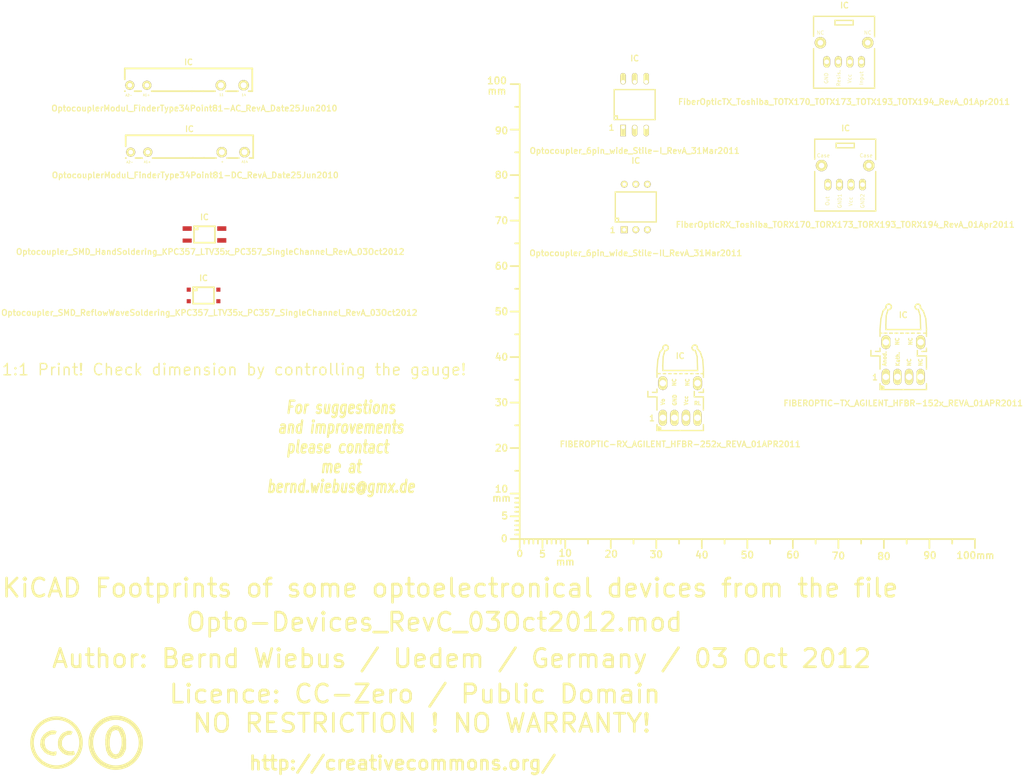
<source format=kicad_pcb>
(kicad_pcb (version 3) (host pcbnew "(2013-03-30 BZR 4007)-stable")

  (general
    (links 0)
    (no_connects 0)
    (area -6.90696 -31.671484 251.902242 195.1694)
    (thickness 1.6002)
    (drawings 7)
    (tracks 0)
    (zones 0)
    (modules 13)
    (nets 1)
  )

  (page A4)
  (layers
    (15 Vorderseite signal)
    (0 Rückseite signal)
    (16 B.Adhes user)
    (17 F.Adhes user)
    (18 B.Paste user)
    (19 F.Paste user)
    (20 B.SilkS user)
    (21 F.SilkS user)
    (22 B.Mask user)
    (23 F.Mask user)
    (24 Dwgs.User user)
    (25 Cmts.User user)
    (26 Eco1.User user)
    (27 Eco2.User user)
    (28 Edge.Cuts user)
  )

  (setup
    (last_trace_width 0.2032)
    (trace_clearance 0.254)
    (zone_clearance 0.508)
    (zone_45_only no)
    (trace_min 0.2032)
    (segment_width 0.381)
    (edge_width 0.381)
    (via_size 0.889)
    (via_drill 0.635)
    (via_min_size 0.889)
    (via_min_drill 0.508)
    (uvia_size 0.508)
    (uvia_drill 0.127)
    (uvias_allowed no)
    (uvia_min_size 0.508)
    (uvia_min_drill 0.127)
    (pcb_text_width 0.3048)
    (pcb_text_size 1.524 2.032)
    (mod_edge_width 0.381)
    (mod_text_size 1.524 1.524)
    (mod_text_width 0.3048)
    (pad_size 1.524 1.524)
    (pad_drill 0.8128)
    (pad_to_mask_clearance 0.254)
    (aux_axis_origin 0 0)
    (visible_elements 7FFFFFFF)
    (pcbplotparams
      (layerselection 3178497)
      (usegerberextensions true)
      (excludeedgelayer true)
      (linewidth 60)
      (plotframeref false)
      (viasonmask false)
      (mode 1)
      (useauxorigin false)
      (hpglpennumber 1)
      (hpglpenspeed 20)
      (hpglpendiameter 15)
      (hpglpenoverlay 0)
      (psnegative false)
      (psa4output false)
      (plotreference true)
      (plotvalue true)
      (plotothertext true)
      (plotinvisibletext false)
      (padsonsilk false)
      (subtractmaskfromsilk false)
      (outputformat 1)
      (mirror false)
      (drillshape 1)
      (scaleselection 1)
      (outputdirectory ""))
  )

  (net 0 "")

  (net_class Default "Dies ist die voreingestellte Netzklasse."
    (clearance 0.254)
    (trace_width 0.2032)
    (via_dia 0.889)
    (via_drill 0.635)
    (uvia_dia 0.508)
    (uvia_drill 0.127)
    (add_net "")
  )

  (module Gauge_100mm_Type2_SilkScreenTop_RevA_Date22Jun2010 (layer Vorderseite) (tedit 4DBC3032) (tstamp 4D88F07A)
    (at 132.75056 141.2494)
    (descr "Gauge, Massstab, 100mm, SilkScreenTop, Type 2,")
    (tags "Gauge, Massstab, 100mm, SilkScreenTop, Type 2,")
    (path Gauge_100mm_Type2_SilkScreenTop_RevA_Date22Jun2010)
    (fp_text reference MSC (at 4.0005 8.99922) (layer F.SilkS) hide
      (effects (font (size 1.524 1.524) (thickness 0.3048)))
    )
    (fp_text value Gauge_100mm_Type2_SilkScreenTop_RevA_Date22Jun2010 (at 45.9994 8.99922) (layer F.SilkS) hide
      (effects (font (size 1.524 1.524) (thickness 0.3048)))
    )
    (fp_text user mm (at 9.99998 5.00126) (layer F.SilkS)
      (effects (font (size 1.524 1.524) (thickness 0.3048)))
    )
    (fp_text user mm (at -4.0005 -8.99922) (layer F.SilkS)
      (effects (font (size 1.524 1.524) (thickness 0.3048)))
    )
    (fp_text user mm (at -5.00126 -98.5012) (layer F.SilkS)
      (effects (font (size 1.524 1.524) (thickness 0.3048)))
    )
    (fp_text user 10 (at 10.00506 3.0988) (layer F.SilkS)
      (effects (font (size 1.50114 1.50114) (thickness 0.29972)))
    )
    (fp_text user 0 (at 0.00508 3.19786) (layer F.SilkS)
      (effects (font (size 1.39954 1.50114) (thickness 0.29972)))
    )
    (fp_text user 5 (at 5.0038 3.29946) (layer F.SilkS)
      (effects (font (size 1.50114 1.50114) (thickness 0.29972)))
    )
    (fp_text user 20 (at 20.1041 3.29946) (layer F.SilkS)
      (effects (font (size 1.50114 1.50114) (thickness 0.29972)))
    )
    (fp_text user 30 (at 30.00502 3.39852) (layer F.SilkS)
      (effects (font (size 1.50114 1.50114) (thickness 0.29972)))
    )
    (fp_text user 40 (at 40.005 3.50012) (layer F.SilkS)
      (effects (font (size 1.50114 1.50114) (thickness 0.29972)))
    )
    (fp_text user 50 (at 50.00498 3.50012) (layer F.SilkS)
      (effects (font (size 1.50114 1.50114) (thickness 0.29972)))
    )
    (fp_text user 60 (at 60.00496 3.50012) (layer F.SilkS)
      (effects (font (size 1.50114 1.50114) (thickness 0.29972)))
    )
    (fp_text user 70 (at 70.00494 3.70078) (layer F.SilkS)
      (effects (font (size 1.50114 1.50114) (thickness 0.29972)))
    )
    (fp_text user 80 (at 80.00492 3.79984) (layer F.SilkS)
      (effects (font (size 1.50114 1.50114) (thickness 0.29972)))
    )
    (fp_text user 90 (at 90.1065 3.60172) (layer F.SilkS)
      (effects (font (size 1.50114 1.50114) (thickness 0.29972)))
    )
    (fp_text user 100mm (at 100.10648 3.60172) (layer F.SilkS)
      (effects (font (size 1.50114 1.50114) (thickness 0.29972)))
    )
    (fp_line (start 0 -8.99922) (end -1.00076 -8.99922) (layer F.SilkS) (width 0.381))
    (fp_line (start 0 -8.001) (end -1.00076 -8.001) (layer F.SilkS) (width 0.381))
    (fp_line (start 0 -7.00024) (end -1.00076 -7.00024) (layer F.SilkS) (width 0.381))
    (fp_line (start 0 -5.99948) (end -1.00076 -5.99948) (layer F.SilkS) (width 0.381))
    (fp_line (start 0 -4.0005) (end -1.00076 -4.0005) (layer F.SilkS) (width 0.381))
    (fp_line (start 0 -2.99974) (end -1.00076 -2.99974) (layer F.SilkS) (width 0.381))
    (fp_line (start 0 -1.99898) (end -1.00076 -1.99898) (layer F.SilkS) (width 0.381))
    (fp_line (start 0 -1.00076) (end -1.00076 -1.00076) (layer F.SilkS) (width 0.381))
    (fp_line (start 0 0) (end -1.99898 0) (layer F.SilkS) (width 0.381))
    (fp_line (start 0 -5.00126) (end -1.99898 -5.00126) (layer F.SilkS) (width 0.381))
    (fp_line (start 0 -9.99998) (end -1.99898 -9.99998) (layer F.SilkS) (width 0.381))
    (fp_line (start 0 -15.00124) (end -1.00076 -15.00124) (layer F.SilkS) (width 0.381))
    (fp_line (start 0 -19.99996) (end -1.99898 -19.99996) (layer F.SilkS) (width 0.381))
    (fp_line (start 0 -25.00122) (end -1.00076 -25.00122) (layer F.SilkS) (width 0.381))
    (fp_line (start 0 -29.99994) (end -1.99898 -29.99994) (layer F.SilkS) (width 0.381))
    (fp_line (start 0 -35.0012) (end -1.00076 -35.0012) (layer F.SilkS) (width 0.381))
    (fp_line (start 0 -39.99992) (end -1.99898 -39.99992) (layer F.SilkS) (width 0.381))
    (fp_line (start 0 -45.00118) (end -1.00076 -45.00118) (layer F.SilkS) (width 0.381))
    (fp_line (start 0 -49.9999) (end -1.99898 -49.9999) (layer F.SilkS) (width 0.381))
    (fp_line (start 0 -55.00116) (end -1.00076 -55.00116) (layer F.SilkS) (width 0.381))
    (fp_line (start 0 -59.99988) (end -1.99898 -59.99988) (layer F.SilkS) (width 0.381))
    (fp_line (start 0 -65.00114) (end -1.00076 -65.00114) (layer F.SilkS) (width 0.381))
    (fp_line (start 0 -69.99986) (end -1.99898 -69.99986) (layer F.SilkS) (width 0.381))
    (fp_line (start 0 -75.00112) (end -1.00076 -75.00112) (layer F.SilkS) (width 0.381))
    (fp_line (start 0 -79.99984) (end -1.99898 -79.99984) (layer F.SilkS) (width 0.381))
    (fp_line (start 0 -85.0011) (end -1.00076 -85.0011) (layer F.SilkS) (width 0.381))
    (fp_line (start 0 -89.99982) (end -1.99898 -89.99982) (layer F.SilkS) (width 0.381))
    (fp_line (start 0 -95.00108) (end -1.00076 -95.00108) (layer F.SilkS) (width 0.381))
    (fp_line (start 0 0) (end 0 -99.9998) (layer F.SilkS) (width 0.381))
    (fp_line (start 0 -99.9998) (end -1.99898 -99.9998) (layer F.SilkS) (width 0.381))
    (fp_text user 100 (at -4.99872 -100.7491) (layer F.SilkS)
      (effects (font (size 1.50114 1.50114) (thickness 0.29972)))
    )
    (fp_text user 90 (at -4.0005 -89.7509) (layer F.SilkS)
      (effects (font (size 1.50114 1.50114) (thickness 0.29972)))
    )
    (fp_text user 80 (at -4.0005 -79.99984) (layer F.SilkS)
      (effects (font (size 1.50114 1.50114) (thickness 0.29972)))
    )
    (fp_text user 70 (at -4.0005 -69.99986) (layer F.SilkS)
      (effects (font (size 1.50114 1.50114) (thickness 0.29972)))
    )
    (fp_text user 60 (at -4.0005 -59.99988) (layer F.SilkS)
      (effects (font (size 1.50114 1.50114) (thickness 0.29972)))
    )
    (fp_text user 50 (at -4.0005 -49.9999) (layer F.SilkS)
      (effects (font (size 1.50114 1.50114) (thickness 0.34036)))
    )
    (fp_text user 40 (at -4.0005 -39.99992) (layer F.SilkS)
      (effects (font (size 1.50114 1.50114) (thickness 0.29972)))
    )
    (fp_text user 30 (at -4.0005 -29.99994) (layer F.SilkS)
      (effects (font (size 1.50114 1.50114) (thickness 0.29972)))
    )
    (fp_text user 20 (at -4.0005 -19.99996) (layer F.SilkS)
      (effects (font (size 1.50114 1.50114) (thickness 0.29972)))
    )
    (fp_line (start 95.00108 0) (end 95.00108 1.00076) (layer F.SilkS) (width 0.381))
    (fp_line (start 89.99982 0) (end 89.99982 1.99898) (layer F.SilkS) (width 0.381))
    (fp_line (start 85.0011 0) (end 85.0011 1.00076) (layer F.SilkS) (width 0.381))
    (fp_line (start 79.99984 0) (end 79.99984 1.99898) (layer F.SilkS) (width 0.381))
    (fp_line (start 75.00112 0) (end 75.00112 1.00076) (layer F.SilkS) (width 0.381))
    (fp_line (start 69.99986 0) (end 69.99986 1.99898) (layer F.SilkS) (width 0.381))
    (fp_line (start 65.00114 0) (end 65.00114 1.00076) (layer F.SilkS) (width 0.381))
    (fp_line (start 59.99988 0) (end 59.99988 1.99898) (layer F.SilkS) (width 0.381))
    (fp_line (start 55.00116 0) (end 55.00116 1.00076) (layer F.SilkS) (width 0.381))
    (fp_line (start 49.9999 0) (end 49.9999 1.99898) (layer F.SilkS) (width 0.381))
    (fp_line (start 45.00118 0) (end 45.00118 1.00076) (layer F.SilkS) (width 0.381))
    (fp_line (start 39.99992 0) (end 39.99992 1.99898) (layer F.SilkS) (width 0.381))
    (fp_line (start 35.0012 0) (end 35.0012 1.00076) (layer F.SilkS) (width 0.381))
    (fp_line (start 29.99994 0) (end 29.99994 1.99898) (layer F.SilkS) (width 0.381))
    (fp_line (start 25.00122 0) (end 25.00122 1.00076) (layer F.SilkS) (width 0.381))
    (fp_line (start 19.99996 0) (end 19.99996 1.99898) (layer F.SilkS) (width 0.381))
    (fp_line (start 15.00124 0) (end 15.00124 1.00076) (layer F.SilkS) (width 0.381))
    (fp_line (start 9.99998 0) (end 99.9998 0) (layer F.SilkS) (width 0.381))
    (fp_line (start 99.9998 0) (end 99.9998 1.99898) (layer F.SilkS) (width 0.381))
    (fp_text user 5 (at -3.302 -5.10286) (layer F.SilkS)
      (effects (font (size 1.50114 1.50114) (thickness 0.29972)))
    )
    (fp_text user 0 (at -3.4036 -0.10414) (layer F.SilkS)
      (effects (font (size 1.50114 1.50114) (thickness 0.29972)))
    )
    (fp_text user 10 (at -4.0005 -11.00074) (layer F.SilkS)
      (effects (font (size 1.50114 1.50114) (thickness 0.29972)))
    )
    (fp_line (start 8.99922 0) (end 8.99922 1.00076) (layer F.SilkS) (width 0.381))
    (fp_line (start 8.001 0) (end 8.001 1.00076) (layer F.SilkS) (width 0.381))
    (fp_line (start 7.00024 0) (end 7.00024 1.00076) (layer F.SilkS) (width 0.381))
    (fp_line (start 5.99948 0) (end 5.99948 1.00076) (layer F.SilkS) (width 0.381))
    (fp_line (start 4.0005 0) (end 4.0005 1.00076) (layer F.SilkS) (width 0.381))
    (fp_line (start 2.99974 0) (end 2.99974 1.00076) (layer F.SilkS) (width 0.381))
    (fp_line (start 1.99898 0) (end 1.99898 1.00076) (layer F.SilkS) (width 0.381))
    (fp_line (start 1.00076 0) (end 1.00076 1.00076) (layer F.SilkS) (width 0.381))
    (fp_line (start 5.00126 0) (end 5.00126 1.99898) (layer F.SilkS) (width 0.381))
    (fp_line (start 0 0) (end 0 1.99898) (layer F.SilkS) (width 0.381))
    (fp_line (start 0 0) (end 9.99998 0) (layer F.SilkS) (width 0.381))
    (fp_line (start 9.99998 0) (end 9.99998 1.99898) (layer F.SilkS) (width 0.381))
  )

  (module Optocoupler_6pin_wide_Stile-I_RevA_31Mar2011 (layer Vorderseite) (tedit 4DBC2E16) (tstamp 4D9670AE)
    (at 158.0007 45.75048)
    (descr "Optocoupler, 6pin,  wide (10mm pin, 8mm Pad), like CNY17, RevA, 31Mar2011")
    (tags "Optocoupler, 6pin,  wide (10mm pin, 8mm Pad), like CNY17, RevA, 31Mar2011")
    (path Optocoupler_6pin_wide_Stile-I_RevA_31Mar2011)
    (fp_text reference IC (at 0 -10.16) (layer F.SilkS)
      (effects (font (size 1.27 1.27) (thickness 0.254)))
    )
    (fp_text value Optocoupler_6pin_wide_Stile-I_RevA_31Mar2011 (at 0 10.16) (layer F.SilkS)
      (effects (font (size 1.27 1.27) (thickness 0.254)))
    )
    (fp_text user 1 (at -5.08 5.08) (layer F.SilkS)
      (effects (font (size 1.27 1.27) (thickness 0.254)))
    )
    (fp_line (start -4.50088 2.49936) (end -3.79984 2.49936) (layer F.SilkS) (width 0.3048))
    (fp_line (start -3.79984 2.49936) (end -3.79984 3.2004) (layer F.SilkS) (width 0.3048))
    (fp_line (start -4.50088 -3.29946) (end 4.50088 -3.29946) (layer F.SilkS) (width 0.3048))
    (fp_line (start 4.50088 -3.29946) (end 4.50088 3.29946) (layer F.SilkS) (width 0.3048))
    (fp_line (start 4.50088 3.29946) (end -4.50088 3.29946) (layer F.SilkS) (width 0.3048))
    (fp_line (start -4.50088 3.29946) (end -4.50088 -3.29946) (layer F.SilkS) (width 0.3048))
    (pad 1 thru_hole rect (at -2.54 5.00126) (size 1.19888 2.49936) (drill 0.8001 (offset 0 0.70104))
      (layers *.Cu *.Mask F.SilkS)
    )
    (pad 2 thru_hole oval (at 0 5.00126) (size 1.19888 2.49936) (drill 0.8001 (offset 0 0.70104))
      (layers *.Cu *.Mask F.SilkS)
    )
    (pad 3 thru_hole oval (at 2.54 5.00126) (size 1.19888 2.49936) (drill 0.8001 (offset 0 0.70104))
      (layers *.Cu *.Mask F.SilkS)
    )
    (pad 4 thru_hole oval (at 2.54 -4.99872) (size 1.19888 2.49936) (drill 0.8001 (offset 0 -0.70104))
      (layers *.Cu *.Mask F.SilkS)
    )
    (pad 5 thru_hole oval (at 0 -4.99872) (size 1.19888 2.49936) (drill 0.8001 (offset 0 -0.70104))
      (layers *.Cu *.Mask F.SilkS)
    )
    (pad 6 thru_hole oval (at -2.54 -4.99872) (size 1.19888 2.49936) (drill 0.8001 (offset 0 -0.70104))
      (layers *.Cu *.Mask F.SilkS)
    )
  )

  (module Optocoupler_6pin_wide_Stile-II_RevA_31Mar2011 (layer Vorderseite) (tedit 4DBC2E26) (tstamp 4D9670BB)
    (at 158.24962 68.2498)
    (descr "Optocoupler, 6pin,  wide (10mm pin, 8mm Pad), like CNY17, RevA, 31Mar2011")
    (tags "Optocoupler, 6pin,  wide (10mm pin, 8mm Pad), like CNY17, RevA, 31Mar2011")
    (path Optocoupler_6pin_wide_Stile-II_RevA_31Mar2011)
    (fp_text reference IC (at 0 -10.16) (layer F.SilkS)
      (effects (font (size 1.27 1.27) (thickness 0.254)))
    )
    (fp_text value Optocoupler_6pin_wide_Stile-II_RevA_31Mar2011 (at 0 10.16) (layer F.SilkS)
      (effects (font (size 1.27 1.27) (thickness 0.254)))
    )
    (fp_text user 1 (at -5.08 5.08) (layer F.SilkS)
      (effects (font (size 1.27 1.27) (thickness 0.254)))
    )
    (fp_line (start -4.50088 2.49936) (end -3.79984 2.49936) (layer F.SilkS) (width 0.3048))
    (fp_line (start -3.79984 2.49936) (end -3.79984 3.2004) (layer F.SilkS) (width 0.3048))
    (fp_line (start -4.50088 -3.29946) (end 4.50088 -3.29946) (layer F.SilkS) (width 0.3048))
    (fp_line (start 4.50088 -3.29946) (end 4.50088 3.29946) (layer F.SilkS) (width 0.3048))
    (fp_line (start 4.50088 3.29946) (end -4.50088 3.29946) (layer F.SilkS) (width 0.3048))
    (fp_line (start -4.50088 3.29946) (end -4.50088 -3.29946) (layer F.SilkS) (width 0.3048))
    (pad 1 thru_hole rect (at -2.54 5.00126) (size 1.50114 1.50114) (drill 0.8001)
      (layers *.Cu *.Mask F.SilkS)
    )
    (pad 2 thru_hole circle (at 0 5.00126) (size 1.50114 1.50114) (drill 0.8001)
      (layers *.Cu *.Mask F.SilkS)
    )
    (pad 3 thru_hole circle (at 2.54 5.00126) (size 1.50114 1.50114) (drill 0.8001)
      (layers *.Cu *.Mask F.SilkS)
    )
    (pad 4 thru_hole circle (at 2.54 -4.99872) (size 1.50114 1.50114) (drill 0.8001)
      (layers *.Cu *.Mask F.SilkS)
    )
    (pad 5 thru_hole circle (at 0 -4.99872) (size 1.50114 1.50114) (drill 0.8001)
      (layers *.Cu *.Mask F.SilkS)
    )
    (pad 6 thru_hole circle (at -2.54 -4.99872) (size 1.50114 1.50114) (drill 0.8001)
      (layers *.Cu *.Mask F.SilkS)
    )
  )

  (module FiberOpticTX_Toshiba_TOTX170_TOTX173_TOTX193_TOTX194_RevA_01Apr2011 (layer Vorderseite) (tedit 4DBC2E1D) (tstamp 4D9670DD)
    (at 204.0001 34.24936)
    (descr "Fiberoptic Transmitter, TX, Toshiba, Toslink, TOTX170, TOTX173, TOTX193, TOTX194, RevA, 01Apr2011")
    (tags "Fiberoptic Transmitter, TX, Toshiba, Toslink, TOTX170, TOTX173, TOTX193, TOTX194, RevA, 01Apr2011")
    (path FiberOpticRX_Toshiba_TORX170_TORX173_TORX193_TORX194_RevA_01Apr2011)
    (fp_text reference IC (at 0.09906 -10.2997) (layer F.SilkS)
      (effects (font (size 1.27 1.27) (thickness 0.254)))
    )
    (fp_text value FiberOpticTX_Toshiba_TOTX170_TOTX173_TOTX193_TOTX194_RevA_01Apr2011 (at 0 10.89914) (layer F.SilkS)
      (effects (font (size 1.27 1.27) (thickness 0.254)))
    )
    (fp_text user NC (at 5.19938 -4.30022) (layer F.SilkS)
      (effects (font (size 0.8001 0.8001) (thickness 0.09906)))
    )
    (fp_text user NC (at -5.19938 -4.30022) (layer F.SilkS)
      (effects (font (size 0.8001 0.8001) (thickness 0.09906)))
    )
    (fp_text user Input (at 3.79984 5.69976 90) (layer F.SilkS)
      (effects (font (size 0.8001 0.8001) (thickness 0.09906)))
    )
    (fp_text user Vcc (at 1.19888 5.79882 90) (layer F.SilkS)
      (effects (font (size 0.8001 0.8001) (thickness 0.09906)))
    )
    (fp_text user GND (at -3.8989 5.69976 90) (layer F.SilkS)
      (effects (font (size 0.8001 0.8001) (thickness 0.09906)))
    )
    (fp_text user Resis. (at -1.19888 5.69976 90) (layer F.SilkS)
      (effects (font (size 0.8001 0.8001) (thickness 0.09906)))
    )
    (fp_line (start -6.70052 7.8994) (end -6.70052 -0.8001) (layer F.SilkS) (width 0.3048))
    (fp_line (start -6.70052 -7.8994) (end -6.70052 -3.50012) (layer F.SilkS) (width 0.3048))
    (fp_line (start 6.70052 7.8994) (end 6.70052 -0.8001) (layer F.SilkS) (width 0.3048))
    (fp_line (start 6.70052 -7.8994) (end 6.70052 -3.40106) (layer F.SilkS) (width 0.3048))
    (fp_line (start -1.99898 -7.00024) (end 1.99898 -7.00024) (layer F.SilkS) (width 0.3048))
    (fp_line (start 1.99898 -7.00024) (end 1.99898 -5.99948) (layer F.SilkS) (width 0.3048))
    (fp_line (start 1.99898 -5.99948) (end -1.99898 -5.99948) (layer F.SilkS) (width 0.3048))
    (fp_line (start -1.99898 -5.99948) (end -1.99898 -7.00024) (layer F.SilkS) (width 0.3048))
    (fp_line (start 6.70052 -7.8994) (end -6.70052 -7.8994) (layer F.SilkS) (width 0.3048))
    (fp_line (start -6.70052 7.8994) (end 6.70052 7.8994) (layer F.SilkS) (width 0.3048))
    (pad 1 thru_hole oval (at -3.81 2.10058) (size 1.50114 2.49936) (drill 1.00076)
      (layers *.Cu *.Mask F.SilkS)
    )
    (pad 2 thru_hole oval (at -1.27 2.10058) (size 1.50114 2.49936) (drill 1.00076)
      (layers *.Cu *.Mask F.SilkS)
    )
    (pad 3 thru_hole oval (at 1.27 2.10058) (size 1.50114 2.49936) (drill 1.00076)
      (layers *.Cu *.Mask F.SilkS)
    )
    (pad 4 thru_hole oval (at 3.81 2.10058) (size 1.50114 2.49936) (drill 1.00076)
      (layers *.Cu *.Mask F.SilkS)
    )
    (pad 5 thru_hole circle (at 5.19938 -2.10058) (size 2.49936 2.49936) (drill 1.19888)
      (layers *.Cu *.Mask F.SilkS)
    )
    (pad 6 thru_hole circle (at -5.19938 -2.10058) (size 2.49936 2.49936) (drill 1.19888)
      (layers *.Cu *.Mask F.SilkS)
    )
  )

  (module FiberOpticRX_Toshiba_TORX170_TORX173_TORX193_TORX194_RevA_01Apr2011 (layer Vorderseite) (tedit 4DBC2E2E) (tstamp 4D9670F7)
    (at 204.24902 61.24956)
    (descr "Fiberoptic Reciver, RX, Toshiba, Toslink, TORX170, TORX173, TORX193, TORX194, RevA, 01Apr2011")
    (tags "Fiberoptic Reciver, RX, Toshiba, Toslink, TORX170, TORX173, TORX193, TORX194, RevA, 01Apr2011")
    (path FiberOpticRX_Toshiba_TORX170_TORX173_TORX193_TORX194_RevA_01Apr2011)
    (fp_text reference IC (at 0.09906 -10.2997) (layer F.SilkS)
      (effects (font (size 1.27 1.27) (thickness 0.254)))
    )
    (fp_text value FiberOpticRX_Toshiba_TORX170_TORX173_TORX193_TORX194_RevA_01Apr2011 (at 0 10.89914) (layer F.SilkS)
      (effects (font (size 1.27 1.27) (thickness 0.254)))
    )
    (fp_text user Case (at 4.59994 -4.30022) (layer F.SilkS)
      (effects (font (size 0.8001 0.8001) (thickness 0.09906)))
    )
    (fp_text user Case (at -4.8006 -4.30022) (layer F.SilkS)
      (effects (font (size 0.8001 0.8001) (thickness 0.09906)))
    )
    (fp_text user GND2 (at 3.79984 5.69976 90) (layer F.SilkS)
      (effects (font (size 0.8001 0.8001) (thickness 0.09906)))
    )
    (fp_text user Vcc (at 1.19888 5.79882 90) (layer F.SilkS)
      (effects (font (size 0.8001 0.8001) (thickness 0.09906)))
    )
    (fp_text user Out (at -3.8989 5.69976 90) (layer F.SilkS)
      (effects (font (size 0.8001 0.8001) (thickness 0.09906)))
    )
    (fp_text user GND1 (at -1.19888 5.69976 90) (layer F.SilkS)
      (effects (font (size 0.8001 0.8001) (thickness 0.09906)))
    )
    (fp_line (start -6.70052 7.8994) (end -6.70052 -0.8001) (layer F.SilkS) (width 0.3048))
    (fp_line (start -6.70052 -7.8994) (end -6.70052 -3.50012) (layer F.SilkS) (width 0.3048))
    (fp_line (start 6.70052 7.8994) (end 6.70052 -0.8001) (layer F.SilkS) (width 0.3048))
    (fp_line (start 6.70052 -7.8994) (end 6.70052 -3.40106) (layer F.SilkS) (width 0.3048))
    (fp_line (start -1.99898 -7.00024) (end 1.99898 -7.00024) (layer F.SilkS) (width 0.3048))
    (fp_line (start 1.99898 -7.00024) (end 1.99898 -5.99948) (layer F.SilkS) (width 0.3048))
    (fp_line (start 1.99898 -5.99948) (end -1.99898 -5.99948) (layer F.SilkS) (width 0.3048))
    (fp_line (start -1.99898 -5.99948) (end -1.99898 -7.00024) (layer F.SilkS) (width 0.3048))
    (fp_line (start 6.70052 -7.8994) (end -6.70052 -7.8994) (layer F.SilkS) (width 0.3048))
    (fp_line (start -6.70052 7.8994) (end 6.70052 7.8994) (layer F.SilkS) (width 0.3048))
    (pad 1 thru_hole oval (at -3.81 2.10058) (size 1.50114 2.49936) (drill 1.00076)
      (layers *.Cu *.Mask F.SilkS)
    )
    (pad 2 thru_hole oval (at -1.27 2.10058) (size 1.50114 2.49936) (drill 1.00076)
      (layers *.Cu *.Mask F.SilkS)
    )
    (pad 3 thru_hole oval (at 1.27 2.10058) (size 1.50114 2.49936) (drill 1.00076)
      (layers *.Cu *.Mask F.SilkS)
    )
    (pad 4 thru_hole oval (at 3.81 2.10058) (size 1.50114 2.49936) (drill 1.00076)
      (layers *.Cu *.Mask F.SilkS)
    )
    (pad 5 thru_hole circle (at 5.19938 -2.10058) (size 2.49936 2.49936) (drill 1.19888)
      (layers *.Cu *.Mask F.SilkS)
    )
    (pad 6 thru_hole circle (at -5.19938 -2.10058) (size 2.49936 2.49936) (drill 1.19888)
      (layers *.Cu *.Mask F.SilkS)
    )
  )

  (module FIBEROPTIC-RX_AGILENT_HFBR-252x_REVA_01APR2011 (layer Vorderseite) (tedit 506C1833) (tstamp 4D9B100D)
    (at 168.00068 108.99902)
    (descr "Fiberoptic RX, Receiver, AGILENT, Versatile Link, HFBR-252x, RevA, 01Apr2011")
    (tags "Fiberoptic RX, Receiver, AGILENT, Versatile Link, HFBR-252x, RevA, 01Apr2011")
    (path FIBEROPTIC-RX_AGILENT_HFBR-252x_REVA_01APR2011)
    (fp_text reference IC (at 0 -8.001) (layer F.SilkS)
      (effects (font (size 1.27 1.27) (thickness 0.254)))
    )
    (fp_text value FIBEROPTIC-RX_AGILENT_HFBR-252x_REVA_01APR2011 (at 0 11.39952) (layer F.SilkS)
      (effects (font (size 1.27 1.27) (thickness 0.254)))
    )
    (fp_line (start -7.0993 1.00076) (end -7.0993 -0.20066) (layer F.SilkS) (width 0.3048))
    (fp_line (start 3.0988 1.00076) (end 3.0988 -0.20066) (layer F.SilkS) (width 0.3048))
    (fp_line (start -4.40436 -4.09956) (end -4.90474 -4.09956) (layer F.SilkS) (width 0.3048))
    (fp_line (start -3.20294 -4.09956) (end -3.70332 -4.09956) (layer F.SilkS) (width 0.3048))
    (fp_line (start -2.00406 -4.09956) (end -2.50444 -4.09956) (layer F.SilkS) (width 0.3048))
    (fp_line (start -0.80264 -4.09956) (end -1.30302 -4.09956) (layer F.SilkS) (width 0.3048))
    (fp_line (start 0.39624 -4.09956) (end -0.10414 -4.09956) (layer F.SilkS) (width 0.3048))
    (fp_line (start 1.59766 -4.09956) (end 1.09728 -4.09956) (layer F.SilkS) (width 0.3048))
    (fp_line (start 2.79908 -4.09956) (end 2.2987 -4.09956) (layer F.SilkS) (width 0.3048))
    (fp_line (start 4.0005 -4.09956) (end 3.50012 -4.09956) (layer F.SilkS) (width 0.3048))
    (fp_line (start 5.10032 -4.09956) (end 4.59994 -4.09956) (layer F.SilkS) (width 0.3048))
    (fp_text user Vcc (at 1.30048 1.80086 90) (layer F.SilkS)
      (effects (font (size 0.8001 0.8001) (thickness 0.20066)))
    )
    (fp_text user NC (at -1.30302 -2.19964 90) (layer F.SilkS)
      (effects (font (size 0.8001 0.8001) (thickness 0.20066)))
    )
    (fp_text user RL (at 3.79984 2.4003) (layer F.SilkS)
      (effects (font (size 0.8001 0.8001) (thickness 0.20066)))
    )
    (fp_text user NC (at 1.6002 -2.19964 90) (layer F.SilkS)
      (effects (font (size 0.8001 0.8001) (thickness 0.20066)))
    )
    (fp_text user GND (at -1.19888 1.69926 90) (layer F.SilkS)
      (effects (font (size 0.8001 0.8001) (thickness 0.20066)))
    )
    (fp_text user Vo (at -3.79984 2.10058 90) (layer F.SilkS)
      (effects (font (size 0.8001 0.8001) (thickness 0.20066)))
    )
    (fp_text user 1 (at -6.20014 5.69976) (layer F.SilkS)
      (effects (font (size 1.27 1.27) (thickness 0.254)))
    )
    (fp_line (start -4.59994 7.80034) (end -4.59994 8.19912) (layer F.SilkS) (width 0.3048))
    (fp_line (start -4.89966 7.80034) (end -4.89966 8.30072) (layer F.SilkS) (width 0.3048))
    (fp_line (start -5.10032 7.59968) (end -4.699 7.59968) (layer F.SilkS) (width 0.3048))
    (fp_line (start -4.699 7.59968) (end -4.30022 7.80034) (layer F.SilkS) (width 0.3048))
    (fp_line (start -4.30022 7.80034) (end -4.30022 8.39978) (layer F.SilkS) (width 0.3048))
    (fp_line (start 5.10032 0) (end 5.10032 -0.70104) (layer F.SilkS) (width 0.3048))
    (fp_line (start 5.10032 3.8989) (end 5.10032 1.00076) (layer F.SilkS) (width 0.3048))
    (fp_line (start -5.10032 1.00076) (end -5.10032 3.8989) (layer F.SilkS) (width 0.3048))
    (fp_line (start -5.10032 0) (end -5.10032 -0.70104) (layer F.SilkS) (width 0.3048))
    (fp_line (start 4.1021 -0.00254) (end 5.10286 -0.00254) (layer F.SilkS) (width 0.3048))
    (fp_line (start 5.10286 0.99822) (end 3.10388 0.99822) (layer F.SilkS) (width 0.3048))
    (fp_line (start -5.10032 1.00076) (end -7.0993 1.00076) (layer F.SilkS) (width 0.3048))
    (fp_line (start -6.10108 0) (end -5.10032 0) (layer F.SilkS) (width 0.3048))
    (fp_line (start -5.10032 8.39978) (end -5.10032 7.0993) (layer F.SilkS) (width 0.3048))
    (fp_line (start -5.10032 -4.8006) (end -5.10032 -3.29946) (layer F.SilkS) (width 0.3048))
    (fp_line (start 5.10032 -3.29946) (end 5.10032 -4.8006) (layer F.SilkS) (width 0.3048))
    (fp_line (start 5.10032 8.39978) (end 5.10032 7.0993) (layer F.SilkS) (width 0.3048))
    (fp_line (start -3.26898 -9.18972) (end -3.11912 -9.21004) (layer F.SilkS) (width 0.3048))
    (fp_line (start -3.11912 -9.21004) (end -2.921 -9.25068) (layer F.SilkS) (width 0.3048))
    (fp_line (start -2.921 -9.25068) (end -2.70002 -9.4488) (layer F.SilkS) (width 0.3048))
    (fp_line (start -2.70002 -9.4488) (end -2.60096 -9.72058) (layer F.SilkS) (width 0.3048))
    (fp_line (start -2.60096 -9.72058) (end -2.61112 -9.97966) (layer F.SilkS) (width 0.3048))
    (fp_line (start -2.61112 -9.97966) (end -2.77114 -10.2108) (layer F.SilkS) (width 0.3048))
    (fp_line (start -2.77114 -10.2108) (end -3.03022 -10.39876) (layer F.SilkS) (width 0.3048))
    (fp_line (start -3.03022 -10.39876) (end -3.35026 -10.37082) (layer F.SilkS) (width 0.3048))
    (fp_line (start -3.35026 -10.37082) (end -3.64998 -10.20064) (layer F.SilkS) (width 0.3048))
    (fp_line (start -3.64998 -10.20064) (end -3.76936 -10.01014) (layer F.SilkS) (width 0.3048))
    (fp_line (start -3.76936 -10.01014) (end -3.81 -9.76884) (layer F.SilkS) (width 0.3048))
    (fp_line (start -3.81 -9.76884) (end -3.7592 -9.58088) (layer F.SilkS) (width 0.3048))
    (fp_line (start 3.76936 -9.6012) (end 3.79984 -9.79932) (layer F.SilkS) (width 0.3048))
    (fp_line (start 3.79984 -9.79932) (end 3.73126 -10.05078) (layer F.SilkS) (width 0.3048))
    (fp_line (start 3.73126 -10.05078) (end 3.60934 -10.2489) (layer F.SilkS) (width 0.3048))
    (fp_line (start 3.60934 -10.2489) (end 3.46964 -10.3505) (layer F.SilkS) (width 0.3048))
    (fp_line (start 3.46964 -10.3505) (end 3.26898 -10.38098) (layer F.SilkS) (width 0.3048))
    (fp_line (start 3.26898 -10.38098) (end 2.94894 -10.3505) (layer F.SilkS) (width 0.3048))
    (fp_line (start 2.94894 -10.3505) (end 2.72034 -10.14984) (layer F.SilkS) (width 0.3048))
    (fp_line (start 2.72034 -10.14984) (end 2.57048 -9.80948) (layer F.SilkS) (width 0.3048))
    (fp_line (start 2.57048 -9.80948) (end 2.66954 -9.54024) (layer F.SilkS) (width 0.3048))
    (fp_line (start 2.66954 -9.54024) (end 2.8702 -9.29894) (layer F.SilkS) (width 0.3048))
    (fp_line (start 2.8702 -9.29894) (end 3.10896 -9.18972) (layer F.SilkS) (width 0.3048))
    (fp_line (start 3.10896 -9.18972) (end 3.26898 -9.17956) (layer F.SilkS) (width 0.3048))
    (fp_line (start 3.83032 -4.77012) (end 3.73126 -7.82066) (layer F.SilkS) (width 0.3048))
    (fp_line (start 3.73126 -7.82066) (end 3.30962 -9.2202) (layer F.SilkS) (width 0.3048))
    (fp_line (start -3.79984 -4.8006) (end -3.82016 -5.81914) (layer F.SilkS) (width 0.3048))
    (fp_line (start -3.82016 -5.81914) (end -3.73888 -7.84098) (layer F.SilkS) (width 0.3048))
    (fp_line (start -3.73888 -7.84098) (end -3.55092 -8.509) (layer F.SilkS) (width 0.3048))
    (fp_line (start -3.55092 -8.509) (end -3.32994 -9.2202) (layer F.SilkS) (width 0.3048))
    (fp_line (start -5.10032 -4.83108) (end -4.90982 -7.13994) (layer F.SilkS) (width 0.3048))
    (fp_line (start -4.90982 -7.13994) (end -4.45008 -8.85952) (layer F.SilkS) (width 0.3048))
    (fp_line (start -4.45008 -8.85952) (end -3.76936 -9.58088) (layer F.SilkS) (width 0.3048))
    (fp_line (start 5.12064 -4.82092) (end 4.95046 -7.21106) (layer F.SilkS) (width 0.3048))
    (fp_line (start 4.95046 -7.21106) (end 4.4196 -8.82904) (layer F.SilkS) (width 0.3048))
    (fp_line (start 4.4196 -8.82904) (end 3.76936 -9.6012) (layer F.SilkS) (width 0.3048))
    (fp_line (start 3.79984 -4.8006) (end -3.79984 -4.8006) (layer F.SilkS) (width 0.3048))
    (fp_line (start 0 8.39978) (end -5.10032 8.39978) (layer F.SilkS) (width 0.3048))
    (fp_line (start 0 8.39978) (end 5.10032 8.39978) (layer F.SilkS) (width 0.3048))
    (pad 1 thru_hole oval (at -3.81 5.6007) (size 1.80086 3.50012) (drill 1.39954)
      (layers *.Cu *.Mask F.SilkS)
    )
    (pad 2 thru_hole oval (at -1.27 5.6007) (size 1.80086 3.50012) (drill 1.39954)
      (layers *.Cu *.Mask F.SilkS)
    )
    (pad 3 thru_hole oval (at 1.27 5.6007) (size 1.80086 3.50012) (drill 1.39954)
      (layers *.Cu *.Mask F.SilkS)
    )
    (pad 4 thru_hole oval (at 3.81 5.6007) (size 1.80086 3.50012) (drill 1.39954)
      (layers *.Cu *.Mask F.SilkS)
    )
    (pad 5 thru_hole oval (at 3.81 -2.0193) (size 1.99898 2.99974) (drill 1.39954)
      (layers *.Cu *.Mask F.SilkS)
    )
    (pad 6 thru_hole oval (at -3.81 -2.0193) (size 1.99898 2.99974) (drill 1.39954)
      (layers *.Cu *.Mask F.SilkS)
    )
  )

  (module FIBEROPTIC-TX_AGILENT_HFBR-152x_REVA_01APR2011 (layer Vorderseite) (tedit 4DBC2E4F) (tstamp 4D9B1017)
    (at 216.99982 99.9998)
    (descr "Fiberoptic TX, Transmitter, AGILENT, Versatile Link, HFBR-152x, RevA, 01Apr2011")
    (tags "Fiberoptic TX, Transmitter, AGILENT, Versatile Link, HFBR-152x, RevA, 01Apr2011")
    (path FIBEROPTIC-TX_AGILENT_HFBR-152x_REVA_01APR2011)
    (fp_text reference IC (at 0 -8.001) (layer F.SilkS)
      (effects (font (size 1.27 1.27) (thickness 0.254)))
    )
    (fp_text value FIBEROPTIC-TX_AGILENT_HFBR-152x_REVA_01APR2011 (at 0 11.39952) (layer F.SilkS)
      (effects (font (size 1.27 1.27) (thickness 0.254)))
    )
    (fp_line (start -7.0993 1.00076) (end -7.0993 -0.20066) (layer F.SilkS) (width 0.3048))
    (fp_line (start 5.10032 0) (end 4.09956 0) (layer F.SilkS) (width 0.3048))
    (fp_line (start 5.00126 1.00076) (end 3.0988 1.00076) (layer F.SilkS) (width 0.3048))
    (fp_line (start 3.0988 1.00076) (end 3.0988 -0.20066) (layer F.SilkS) (width 0.3048))
    (fp_line (start -4.699 -4.0005) (end -5.10032 -4.0005) (layer F.SilkS) (width 0.3048))
    (fp_line (start -3.60172 -4.0005) (end -4.20116 -4.0005) (layer F.SilkS) (width 0.3048))
    (fp_line (start -2.4003 -4.0005) (end -2.99974 -4.0005) (layer F.SilkS) (width 0.3048))
    (fp_line (start -1.20142 -4.0005) (end -1.80086 -4.0005) (layer F.SilkS) (width 0.3048))
    (fp_line (start 0 -4.0005) (end -0.59944 -4.0005) (layer F.SilkS) (width 0.3048))
    (fp_line (start 1.19888 -4.0005) (end 0.59944 -4.0005) (layer F.SilkS) (width 0.3048))
    (fp_line (start 2.4003 -4.0005) (end 1.80086 -4.0005) (layer F.SilkS) (width 0.3048))
    (fp_line (start 3.70078 -4.0005) (end 3.10134 -4.0005) (layer F.SilkS) (width 0.3048))
    (fp_line (start 5.10032 -4.0005) (end 4.50088 -4.0005) (layer F.SilkS) (width 0.3048))
    (fp_text user NC (at 1.30048 2.4003 90) (layer F.SilkS)
      (effects (font (size 0.8001 0.8001) (thickness 0.20066)))
    )
    (fp_text user NC (at -1.30302 -2.19964 90) (layer F.SilkS)
      (effects (font (size 0.8001 0.8001) (thickness 0.20066)))
    )
    (fp_text user NC (at 3.79984 2.4003 90) (layer F.SilkS)
      (effects (font (size 0.8001 0.8001) (thickness 0.20066)))
    )
    (fp_text user NC (at 1.6002 -2.19964 90) (layer F.SilkS)
      (effects (font (size 0.8001 0.8001) (thickness 0.20066)))
    )
    (fp_text user Kath. (at -1.19888 1.69926 90) (layer F.SilkS)
      (effects (font (size 0.8001 0.8001) (thickness 0.20066)))
    )
    (fp_text user Anod. (at -4.09956 1.6002 90) (layer F.SilkS)
      (effects (font (size 0.8001 0.8001) (thickness 0.20066)))
    )
    (fp_text user 1 (at -6.20014 5.69976) (layer F.SilkS)
      (effects (font (size 1.27 1.27) (thickness 0.254)))
    )
    (fp_line (start -4.59994 7.80034) (end -4.59994 8.19912) (layer F.SilkS) (width 0.3048))
    (fp_line (start -4.89966 7.80034) (end -4.89966 8.30072) (layer F.SilkS) (width 0.3048))
    (fp_line (start -5.10032 7.59968) (end -4.699 7.59968) (layer F.SilkS) (width 0.3048))
    (fp_line (start -4.699 7.59968) (end -4.30022 7.80034) (layer F.SilkS) (width 0.3048))
    (fp_line (start -4.30022 7.80034) (end -4.30022 8.39978) (layer F.SilkS) (width 0.3048))
    (fp_line (start 5.10032 0) (end 5.10032 -0.70104) (layer F.SilkS) (width 0.3048))
    (fp_line (start 5.10032 3.8989) (end 5.10032 1.00076) (layer F.SilkS) (width 0.3048))
    (fp_line (start -5.10032 1.00076) (end -5.10032 3.8989) (layer F.SilkS) (width 0.3048))
    (fp_line (start -5.10032 0) (end -5.10032 -0.70104) (layer F.SilkS) (width 0.3048))
    (fp_line (start -5.10032 1.00076) (end -7.0993 1.00076) (layer F.SilkS) (width 0.3048))
    (fp_line (start -6.10108 0) (end -5.10032 0) (layer F.SilkS) (width 0.3048))
    (fp_line (start -5.10032 8.39978) (end -5.10032 7.0993) (layer F.SilkS) (width 0.3048))
    (fp_line (start -5.10032 -4.8006) (end -5.10032 -3.29946) (layer F.SilkS) (width 0.3048))
    (fp_line (start 5.10032 -3.29946) (end 5.10032 -4.8006) (layer F.SilkS) (width 0.3048))
    (fp_line (start 5.10032 8.39978) (end 5.10032 7.0993) (layer F.SilkS) (width 0.3048))
    (fp_line (start -3.26898 -9.18972) (end -3.11912 -9.21004) (layer F.SilkS) (width 0.3048))
    (fp_line (start -3.11912 -9.21004) (end -2.921 -9.25068) (layer F.SilkS) (width 0.3048))
    (fp_line (start -2.921 -9.25068) (end -2.70002 -9.4488) (layer F.SilkS) (width 0.3048))
    (fp_line (start -2.70002 -9.4488) (end -2.60096 -9.72058) (layer F.SilkS) (width 0.3048))
    (fp_line (start -2.60096 -9.72058) (end -2.61112 -9.97966) (layer F.SilkS) (width 0.3048))
    (fp_line (start -2.61112 -9.97966) (end -2.77114 -10.2108) (layer F.SilkS) (width 0.3048))
    (fp_line (start -2.77114 -10.2108) (end -3.03022 -10.39876) (layer F.SilkS) (width 0.3048))
    (fp_line (start -3.03022 -10.39876) (end -3.35026 -10.37082) (layer F.SilkS) (width 0.3048))
    (fp_line (start -3.35026 -10.37082) (end -3.64998 -10.20064) (layer F.SilkS) (width 0.3048))
    (fp_line (start -3.64998 -10.20064) (end -3.76936 -10.01014) (layer F.SilkS) (width 0.3048))
    (fp_line (start -3.76936 -10.01014) (end -3.81 -9.76884) (layer F.SilkS) (width 0.3048))
    (fp_line (start -3.81 -9.76884) (end -3.7592 -9.58088) (layer F.SilkS) (width 0.3048))
    (fp_line (start 3.76936 -9.6012) (end 3.79984 -9.79932) (layer F.SilkS) (width 0.3048))
    (fp_line (start 3.79984 -9.79932) (end 3.73126 -10.05078) (layer F.SilkS) (width 0.3048))
    (fp_line (start 3.73126 -10.05078) (end 3.60934 -10.2489) (layer F.SilkS) (width 0.3048))
    (fp_line (start 3.60934 -10.2489) (end 3.46964 -10.3505) (layer F.SilkS) (width 0.3048))
    (fp_line (start 3.46964 -10.3505) (end 3.26898 -10.38098) (layer F.SilkS) (width 0.3048))
    (fp_line (start 3.26898 -10.38098) (end 2.94894 -10.3505) (layer F.SilkS) (width 0.3048))
    (fp_line (start 2.94894 -10.3505) (end 2.72034 -10.14984) (layer F.SilkS) (width 0.3048))
    (fp_line (start 2.72034 -10.14984) (end 2.57048 -9.80948) (layer F.SilkS) (width 0.3048))
    (fp_line (start 2.57048 -9.80948) (end 2.66954 -9.54024) (layer F.SilkS) (width 0.3048))
    (fp_line (start 2.66954 -9.54024) (end 2.8702 -9.29894) (layer F.SilkS) (width 0.3048))
    (fp_line (start 2.8702 -9.29894) (end 3.10896 -9.18972) (layer F.SilkS) (width 0.3048))
    (fp_line (start 3.10896 -9.18972) (end 3.26898 -9.17956) (layer F.SilkS) (width 0.3048))
    (fp_line (start 3.83032 -4.77012) (end 3.73126 -7.82066) (layer F.SilkS) (width 0.3048))
    (fp_line (start 3.73126 -7.82066) (end 3.30962 -9.2202) (layer F.SilkS) (width 0.3048))
    (fp_line (start -3.79984 -4.8006) (end -3.82016 -5.81914) (layer F.SilkS) (width 0.3048))
    (fp_line (start -3.82016 -5.81914) (end -3.73888 -7.84098) (layer F.SilkS) (width 0.3048))
    (fp_line (start -3.73888 -7.84098) (end -3.55092 -8.509) (layer F.SilkS) (width 0.3048))
    (fp_line (start -3.55092 -8.509) (end -3.32994 -9.2202) (layer F.SilkS) (width 0.3048))
    (fp_line (start -5.10032 -4.83108) (end -4.90982 -7.13994) (layer F.SilkS) (width 0.3048))
    (fp_line (start -4.90982 -7.13994) (end -4.45008 -8.85952) (layer F.SilkS) (width 0.3048))
    (fp_line (start -4.45008 -8.85952) (end -3.76936 -9.58088) (layer F.SilkS) (width 0.3048))
    (fp_line (start 5.12064 -4.82092) (end 4.95046 -7.21106) (layer F.SilkS) (width 0.3048))
    (fp_line (start 4.95046 -7.21106) (end 4.4196 -8.82904) (layer F.SilkS) (width 0.3048))
    (fp_line (start 4.4196 -8.82904) (end 3.76936 -9.6012) (layer F.SilkS) (width 0.3048))
    (fp_line (start 3.79984 -4.8006) (end -3.79984 -4.8006) (layer F.SilkS) (width 0.3048))
    (fp_line (start 0 8.39978) (end -5.10032 8.39978) (layer F.SilkS) (width 0.3048))
    (fp_line (start 0 8.39978) (end 5.10032 8.39978) (layer F.SilkS) (width 0.3048))
    (pad 1 thru_hole oval (at -3.81 5.6007) (size 1.80086 3.50012) (drill 1.39954)
      (layers *.Cu *.Mask F.SilkS)
    )
    (pad 2 thru_hole oval (at -1.27 5.6007) (size 1.80086 3.50012) (drill 1.39954)
      (layers *.Cu *.Mask F.SilkS)
    )
    (pad 3 thru_hole oval (at 1.27 5.6007) (size 1.80086 3.50012) (drill 1.39954)
      (layers *.Cu *.Mask F.SilkS)
    )
    (pad 4 thru_hole oval (at 3.81 5.6007) (size 1.80086 3.50012) (drill 1.39954)
      (layers *.Cu *.Mask F.SilkS)
    )
    (pad 5 thru_hole oval (at 3.81 -2.0193) (size 1.99898 2.99974) (drill 1.39954)
      (layers *.Cu *.Mask F.SilkS)
    )
    (pad 6 thru_hole oval (at -3.81 -2.0193) (size 1.99898 2.99974) (drill 1.39954)
      (layers *.Cu *.Mask F.SilkS)
    )
  )

  (module OptocouplerModul_FinderType34Point81-AC_RevA_Date25Jun2010 (layer Vorderseite) (tedit 506C197D) (tstamp 506C19F5)
    (at 59.99988 41.50106)
    (descr "Optocoupler, Single Row, Einreihig, Standing, stehend, Finder Type34.81, AC, Wechselstrom Ausgang, RevA, Date 25Jun2010")
    (tags "Optocoupler, Single Row, Einreihig, Standing, stehend, Finder Type34.81, AC, Wechselstrom Ausgang, RevA, Date 25Jun2010")
    (path OptocouplerModul_FinderType34Point81-AC_RevA_Date25Jun2010)
    (fp_text reference IC (at 0 -5.08) (layer F.SilkS)
      (effects (font (size 1.27 1.27) (thickness 0.24892)))
    )
    (fp_text value OptocouplerModul_FinderType34Point81-AC_RevA_Date25Jun2010 (at 1.27 5.08) (layer F.SilkS)
      (effects (font (size 1.27 1.27) (thickness 0.24892)))
    )
    (fp_line (start 3.29946 1.30048) (end 0.70104 1.30048) (layer F.SilkS) (width 0.381))
    (fp_text user A2- (at -13.10132 2.1971) (layer F.SilkS)
      (effects (font (size 0.50038 0.50038) (thickness 0.09906)))
    )
    (fp_text user A1+ (at -9.25068 2.14884) (layer F.SilkS)
      (effects (font (size 0.50038 0.50038) (thickness 0.09906)))
    )
    (fp_text user 14 (at 12.14882 2.12344) (layer F.SilkS)
      (effects (font (size 0.50038 0.50038) (thickness 0.09906)))
    )
    (fp_text user 11 (at 7.22376 2.10058) (layer F.SilkS)
      (effects (font (size 0.50038 0.50038) (thickness 0.09906)))
    )
    (fp_line (start -14.00048 1.30048) (end -13.94968 1.30048) (layer F.SilkS) (width 0.381))
    (fp_line (start 13.20038 1.30048) (end 14.00048 1.30048) (layer F.SilkS) (width 0.381))
    (fp_line (start 8.24992 1.30048) (end 10.85088 1.30048) (layer F.SilkS) (width 0.381))
    (fp_line (start 3.1496 1.30048) (end 5.84962 1.30048) (layer F.SilkS) (width 0.381))
    (fp_line (start 0 1.30048) (end 0.8001 1.30048) (layer F.SilkS) (width 0.381))
    (fp_line (start -8.10006 1.30048) (end 0 1.30048) (layer F.SilkS) (width 0.381))
    (fp_line (start -11.8491 1.30048) (end -10.39876 1.30048) (layer F.SilkS) (width 0.381))
    (fp_line (start 14.00048 1.30048) (end 14.00048 -3.70078) (layer F.SilkS) (width 0.381))
    (fp_line (start 14.00048 -3.70078) (end -14.00048 -3.70078) (layer F.SilkS) (width 0.381))
    (fp_line (start -14.00048 -3.70078) (end -14.00048 -1.30048) (layer F.SilkS) (width 0.381))
    (pad 14 thru_hole circle (at 12.10056 0) (size 2.30124 2.30124) (drill 1.30048)
      (layers *.Cu *.Mask F.SilkS)
    )
    (pad 11 thru_hole circle (at 7.0993 0) (size 2.30124 2.30124) (drill 1.30048)
      (layers *.Cu *.Mask F.SilkS)
    )
    (pad A1 thru_hole circle (at -9.14908 0) (size 1.99898 1.99898) (drill 1.00076)
      (layers *.Cu *.Mask F.SilkS)
    )
    (pad A2 thru_hole circle (at -12.90066 0) (size 1.99898 1.99898) (drill 1.00076)
      (layers *.Cu *.Mask F.SilkS)
    )
  )

  (module OptocouplerModul_FinderType34Point81-DC_RevA_Date25Jun2010 (layer Vorderseite) (tedit 506C19BE) (tstamp 506C19FF)
    (at 60.20054 56.20004)
    (descr "Optocoupler, Single Row, Einreihig, Standing, stehend, Finder Type34.81, DC, Gleichstrom Ausgang, RevA, Date 25Jun2010")
    (tags "Optocoupler, Single Row, Einreihig, Standing, stehend, Finder Type34.81, DC, Gleichstrom Ausgang, RevA, Date 25Jun2010")
    (path OptocouplerModul_FinderType34Point81-DC_RevA_Date25Jun2010)
    (fp_text reference IC (at 0 -5.08) (layer F.SilkS)
      (effects (font (size 1.27 1.27) (thickness 0.24892)))
    )
    (fp_text value OptocouplerModul_FinderType34Point81-DC_RevA_Date25Jun2010 (at 1.27 5.08) (layer F.SilkS)
      (effects (font (size 1.27 1.27) (thickness 0.24892)))
    )
    (fp_line (start 3.29946 1.30048) (end 0.70104 1.30048) (layer F.SilkS) (width 0.381))
    (fp_text user A2- (at -13.10132 2.1971) (layer F.SilkS)
      (effects (font (size 0.50038 0.50038) (thickness 0.09906)))
    )
    (fp_text user A1+ (at -9.25068 2.14884) (layer F.SilkS)
      (effects (font (size 0.50038 0.50038) (thickness 0.09906)))
    )
    (fp_text user A14 (at 12.14882 2.12344) (layer F.SilkS)
      (effects (font (size 0.50038 0.50038) (thickness 0.09906)))
    )
    (fp_text user + (at 7.22376 2.10058) (layer F.SilkS)
      (effects (font (size 0.50038 0.50038) (thickness 0.09906)))
    )
    (fp_line (start -14.00048 1.30048) (end -13.94968 1.30048) (layer F.SilkS) (width 0.381))
    (fp_line (start 13.20038 1.30048) (end 14.00048 1.30048) (layer F.SilkS) (width 0.381))
    (fp_line (start 8.24992 1.30048) (end 10.85088 1.30048) (layer F.SilkS) (width 0.381))
    (fp_line (start 3.1496 1.30048) (end 5.84962 1.30048) (layer F.SilkS) (width 0.381))
    (fp_line (start 0 1.30048) (end 0.8001 1.30048) (layer F.SilkS) (width 0.381))
    (fp_line (start -8.10006 1.30048) (end 0 1.30048) (layer F.SilkS) (width 0.381))
    (fp_line (start -11.8491 1.30048) (end -10.39876 1.30048) (layer F.SilkS) (width 0.381))
    (fp_line (start 14.00048 1.30048) (end 14.00048 -3.70078) (layer F.SilkS) (width 0.381))
    (fp_line (start 14.00048 -3.70078) (end -14.00048 -3.70078) (layer F.SilkS) (width 0.381))
    (fp_line (start -14.00048 -3.70078) (end -14.00048 -1.30048) (layer F.SilkS) (width 0.381))
    (pad 14 thru_hole circle (at 12.10056 0) (size 2.30124 2.30124) (drill 1.30048)
      (layers *.Cu *.Mask F.SilkS)
    )
    (pad 11 thru_hole circle (at 7.0993 0) (size 2.30124 2.30124) (drill 1.30048)
      (layers *.Cu *.Mask F.SilkS)
    )
    (pad A1 thru_hole circle (at -9.14908 0) (size 1.99898 1.99898) (drill 1.00076)
      (layers *.Cu *.Mask F.SilkS)
    )
    (pad A2 thru_hole circle (at -12.90066 0) (size 1.99898 1.99898) (drill 1.00076)
      (layers *.Cu *.Mask F.SilkS)
    )
  )

  (module Optocoupler_SMD_HandSoldering_KPC357_LTV35x_PC357_SingleChannel_RevA_03Oct2012 (layer Vorderseite) (tedit 506C1937) (tstamp 506C1A0C)
    (at 63.5 74.30008)
    (descr "Optocoupler, SMD,  Single Channel, Hand Soldering, like KPC357, LTV35x, PC357, RevA, Date 25 Jun 2010,")
    (tags "Optocoupler, SMD,  Single Channel, Hand Soldering, like KPC357, LTV35x, PC357, RevA, Date 25 Jun 2010,")
    (path Optocoupler_SMD_HandSoldering_KPC357_LTV35x_PC357_SingleChannel_RevA_Date25Jun2010)
    (fp_text reference IC (at 0 -3.81) (layer F.SilkS)
      (effects (font (size 1.27 1.27) (thickness 0.24892)))
    )
    (fp_text value Optocoupler_SMD_HandSoldering_KPC357_LTV35x_PC357_SingleChannel_RevA_03Oct2012 (at 1.27 3.81) (layer F.SilkS)
      (effects (font (size 1.27 1.27) (thickness 0.24892)))
    )
    (fp_line (start -1.50114 -1.80086) (end -1.50114 -1.09982) (layer F.SilkS) (width 0.381))
    (fp_line (start -1.50114 -1.09982) (end -2.30124 -1.09982) (layer F.SilkS) (width 0.381))
    (fp_line (start 2.30124 -1.80086) (end -2.30124 -1.80086) (layer F.SilkS) (width 0.381))
    (fp_line (start -2.30124 -1.80086) (end -2.30124 1.80086) (layer F.SilkS) (width 0.381))
    (fp_line (start -2.30124 1.80086) (end 2.30124 1.80086) (layer F.SilkS) (width 0.381))
    (fp_line (start 2.30124 1.80086) (end 2.30124 -1.80086) (layer F.SilkS) (width 0.381))
    (pad 2 smd rect (at -3.79984 1.34874) (size 1.99898 0.89916)
      (layers Vorderseite F.Paste F.Mask)
    )
    (pad 1 smd rect (at -3.79984 -1.30048) (size 1.99898 1.00076)
      (layers Vorderseite F.Paste F.Mask)
    )
    (pad 4 smd rect (at 3.79984 -1.30048) (size 1.99898 1.00076)
      (layers Vorderseite F.Paste F.Mask)
    )
    (pad 3 smd rect (at 3.79984 1.30048) (size 1.99898 1.00076)
      (layers Vorderseite F.Paste F.Mask)
    )
  )

  (module Optocoupler_SMD_ReflowWaveSoldering_KPC357_LTV35x_PC357_SingleChannel_RevA_03Oct2012 (layer Vorderseite) (tedit 506C18B3) (tstamp 506C1A1D)
    (at 63.29934 87.70112)
    (descr "Optocoupler, SMD,  Single Channel, Reflow and Wave Soldering, like KPC357, LTV35x, PC357, RevA, Date 25 Jun 2010,")
    (tags "Optocoupler, SMD,  Single Channel, Reflow and Wave Soldering, like KPC357, LTV35x, PC357, RevA, Date 25 Jun 2010,")
    (path Optocoupler_SMD_ReflowWaveSoldering_KPC357_LTV35x_PC357_SingleChannel_RevA_Date25Jun2010)
    (fp_text reference IC (at 0 -3.81) (layer F.SilkS)
      (effects (font (size 1.27 1.27) (thickness 0.24892)))
    )
    (fp_text value Optocoupler_SMD_ReflowWaveSoldering_KPC357_LTV35x_PC357_SingleChannel_RevA_03Oct2012 (at 1.27 3.81) (layer F.SilkS)
      (effects (font (size 1.27 1.27) (thickness 0.24892)))
    )
    (fp_line (start -1.50114 -1.80086) (end -1.50114 -1.09982) (layer F.SilkS) (width 0.381))
    (fp_line (start -1.50114 -1.09982) (end -2.30124 -1.09982) (layer F.SilkS) (width 0.381))
    (fp_line (start 2.30124 -1.80086) (end -2.30124 -1.80086) (layer F.SilkS) (width 0.381))
    (fp_line (start -2.30124 -1.80086) (end -2.30124 1.80086) (layer F.SilkS) (width 0.381))
    (fp_line (start -2.30124 1.80086) (end 2.30124 1.80086) (layer F.SilkS) (width 0.381))
    (fp_line (start 2.30124 1.80086) (end 2.30124 -1.80086) (layer F.SilkS) (width 0.381))
    (pad 2 smd rect (at -3.2512 1.27) (size 0.89916 0.89916)
      (layers Vorderseite F.Paste F.Mask)
    )
    (pad 1 smd rect (at -3.2512 -1.27) (size 0.89916 0.89916)
      (layers Vorderseite F.Paste F.Mask)
    )
    (pad 4 smd rect (at 3.2512 -1.27) (size 0.89916 0.89916)
      (layers Vorderseite F.Paste F.Mask)
    )
    (pad 3 smd rect (at 3.2512 1.27) (size 0.89916 0.89916)
      (layers Vorderseite F.Paste F.Mask)
    )
  )

  (module Symbol_CC-PublicDomain_SilkScreenTop_Big (layer Vorderseite) (tedit 515D641F) (tstamp 515F0B64)
    (at 44 186)
    (descr "Symbol, CC-PublicDomain, SilkScreen Top, Big,")
    (tags "Symbol, CC-PublicDomain, SilkScreen Top, Big,")
    (path Symbol_CC-Noncommercial_CopperTop_Big)
    (fp_text reference Sym (at 0.59944 -7.29996) (layer F.SilkS) hide
      (effects (font (size 1.524 1.524) (thickness 0.3048)))
    )
    (fp_text value Symbol_CC-PublicDomain_SilkScreenTop_Big (at 0.59944 8.001) (layer F.SilkS) hide
      (effects (font (size 1.524 1.524) (thickness 0.3048)))
    )
    (fp_circle (center 0 0) (end 5.8 -0.05) (layer F.SilkS) (width 0.381))
    (fp_circle (center 0 0) (end 5.5 0) (layer F.SilkS) (width 0.381))
    (fp_circle (center 0.05 0) (end 5.25 0) (layer F.SilkS) (width 0.381))
    (fp_line (start 1.1 -2.5) (end 1.4 -1.9) (layer F.SilkS) (width 0.381))
    (fp_line (start -1.8 1.2) (end -1.6 1.9) (layer F.SilkS) (width 0.381))
    (fp_line (start -1.6 1.9) (end -1.2 2.5) (layer F.SilkS) (width 0.381))
    (fp_line (start 0 -3) (end 0.75 -2.75) (layer F.SilkS) (width 0.381))
    (fp_line (start 0.75 -2.75) (end 1 -2.25) (layer F.SilkS) (width 0.381))
    (fp_line (start 1 -2.25) (end 1.5 -1) (layer F.SilkS) (width 0.381))
    (fp_line (start 1.5 -1) (end 1.5 -0.5) (layer F.SilkS) (width 0.381))
    (fp_line (start 1.5 -0.5) (end 1.5 0.5) (layer F.SilkS) (width 0.381))
    (fp_line (start 1.5 0.5) (end 1.25 1.5) (layer F.SilkS) (width 0.381))
    (fp_line (start 1.25 1.5) (end 0.75 2.5) (layer F.SilkS) (width 0.381))
    (fp_line (start 0.75 2.5) (end 0.25 2.75) (layer F.SilkS) (width 0.381))
    (fp_line (start 0.25 2.75) (end -0.25 2.75) (layer F.SilkS) (width 0.381))
    (fp_line (start -0.25 2.75) (end -0.75 2.5) (layer F.SilkS) (width 0.381))
    (fp_line (start -0.75 2.5) (end -1.25 1.75) (layer F.SilkS) (width 0.381))
    (fp_line (start -1.25 1.75) (end -1.5 0.75) (layer F.SilkS) (width 0.381))
    (fp_line (start -1.5 0.75) (end -1.5 -0.75) (layer F.SilkS) (width 0.381))
    (fp_line (start -1.5 -0.75) (end -1.25 -1.75) (layer F.SilkS) (width 0.381))
    (fp_line (start -1.25 -1.75) (end -1 -2.5) (layer F.SilkS) (width 0.381))
    (fp_line (start -1 -2.5) (end -0.3 -2.9) (layer F.SilkS) (width 0.381))
    (fp_line (start -0.3 -2.9) (end 0.2 -3) (layer F.SilkS) (width 0.381))
    (fp_line (start 0.2 -3) (end 0.8 -3) (layer F.SilkS) (width 0.381))
    (fp_line (start 0.8 -3) (end 1.4 -2.3) (layer F.SilkS) (width 0.381))
    (fp_line (start 1.4 -2.3) (end 1.6 -1.4) (layer F.SilkS) (width 0.381))
    (fp_line (start 1.6 -1.4) (end 1.7 -0.3) (layer F.SilkS) (width 0.381))
    (fp_line (start 1.7 -0.3) (end 1.7 0.9) (layer F.SilkS) (width 0.381))
    (fp_line (start 1.7 0.9) (end 1.4 1.8) (layer F.SilkS) (width 0.381))
    (fp_line (start 1.4 1.8) (end 1 2.7) (layer F.SilkS) (width 0.381))
    (fp_line (start 1 2.7) (end 0.5 3) (layer F.SilkS) (width 0.381))
    (fp_line (start 0.5 3) (end -0.4 3) (layer F.SilkS) (width 0.381))
    (fp_line (start -0.4 3) (end -1.3 2.3) (layer F.SilkS) (width 0.381))
    (fp_line (start -1.3 2.3) (end -1.7 1) (layer F.SilkS) (width 0.381))
    (fp_line (start -1.7 1) (end -1.8 -0.7) (layer F.SilkS) (width 0.381))
    (fp_line (start -1.8 -0.7) (end -1.4 -2.2) (layer F.SilkS) (width 0.381))
    (fp_line (start -1.4 -2.2) (end -1 -2.9) (layer F.SilkS) (width 0.381))
    (fp_line (start -1 -2.9) (end -0.2 -3.3) (layer F.SilkS) (width 0.381))
    (fp_line (start -0.2 -3.3) (end 0.7 -3.2) (layer F.SilkS) (width 0.381))
    (fp_line (start 0.7 -3.2) (end 1.3 -3.1) (layer F.SilkS) (width 0.381))
    (fp_line (start 1.3 -3.1) (end 1.7 -2.4) (layer F.SilkS) (width 0.381))
    (fp_line (start 1.7 -2.4) (end 2 -1.6) (layer F.SilkS) (width 0.381))
    (fp_line (start 2 -1.6) (end 2.1 -0.6) (layer F.SilkS) (width 0.381))
    (fp_line (start 2.1 -0.6) (end 2.1 0.3) (layer F.SilkS) (width 0.381))
    (fp_line (start 2.1 0.3) (end 2.1 1.3) (layer F.SilkS) (width 0.381))
    (fp_line (start 2.1 1.3) (end 1.9 1.8) (layer F.SilkS) (width 0.381))
    (fp_line (start 1.9 1.8) (end 1.5 2.6) (layer F.SilkS) (width 0.381))
    (fp_line (start 1.5 2.6) (end 1.1 3) (layer F.SilkS) (width 0.381))
    (fp_line (start 1.1 3) (end 0.4 3.3) (layer F.SilkS) (width 0.381))
    (fp_line (start 0.4 3.3) (end -0.1 3.4) (layer F.SilkS) (width 0.381))
    (fp_line (start -0.1 3.4) (end -0.8 3.2) (layer F.SilkS) (width 0.381))
    (fp_line (start -0.8 3.2) (end -1.5 2.6) (layer F.SilkS) (width 0.381))
    (fp_line (start -1.5 2.6) (end -1.9 1.7) (layer F.SilkS) (width 0.381))
    (fp_line (start -1.9 1.7) (end -2.1 0.4) (layer F.SilkS) (width 0.381))
    (fp_line (start -2.1 0.4) (end -2.1 -0.6) (layer F.SilkS) (width 0.381))
    (fp_line (start -2.1 -0.6) (end -2 -1.6) (layer F.SilkS) (width 0.381))
    (fp_line (start -2 -1.6) (end -1.7 -2.4) (layer F.SilkS) (width 0.381))
    (fp_line (start -1.7 -2.4) (end -1.2 -3.1) (layer F.SilkS) (width 0.381))
    (fp_line (start -1.2 -3.1) (end -0.4 -3.6) (layer F.SilkS) (width 0.381))
    (fp_line (start -0.4 -3.6) (end 0.4 -3.6) (layer F.SilkS) (width 0.381))
    (fp_line (start 0.4 -3.6) (end 1.1 -3.2) (layer F.SilkS) (width 0.381))
    (fp_line (start 1.1 -3.2) (end 1.1 -2.9) (layer F.SilkS) (width 0.381))
    (fp_line (start 1.1 -2.9) (end 1.8 -1.5) (layer F.SilkS) (width 0.381))
    (fp_line (start 1.8 -1.5) (end 1.8 -0.4) (layer F.SilkS) (width 0.381))
    (fp_line (start 1.8 -0.4) (end 1.8 1.1) (layer F.SilkS) (width 0.381))
    (fp_line (start 1.8 1.1) (end 1.2 2.6) (layer F.SilkS) (width 0.381))
    (fp_line (start 1.2 2.6) (end 0.2 3.2) (layer F.SilkS) (width 0.381))
    (fp_line (start 0.2 3.2) (end -0.5 3.2) (layer F.SilkS) (width 0.381))
    (fp_line (start -0.5 3.2) (end -1.1 2.7) (layer F.SilkS) (width 0.381))
    (fp_line (start -1.1 2.7) (end -1.9 0.6) (layer F.SilkS) (width 0.381))
    (fp_line (start -1.9 0.6) (end -1.7 -1.9) (layer F.SilkS) (width 0.381))
  )

  (module Symbol_CreativeCommons_SilkScreenTop_Type2_Big (layer Vorderseite) (tedit 515D640C) (tstamp 515D6AF0)
    (at 31 186)
    (descr "Symbol, Creative Commons, SilkScreen Top, Type 2, Big,")
    (tags "Symbol, Creative Commons, SilkScreen Top, Type 2, Big,")
    (path Symbol_CreativeCommons_CopperTop_Type2_Big)
    (fp_text reference Sym (at 0.59944 -7.29996) (layer F.SilkS) hide
      (effects (font (size 1.524 1.524) (thickness 0.3048)))
    )
    (fp_text value Symbol_CreativeCommons_Typ2_SilkScreenTop_Big (at 0.59944 8.001) (layer F.SilkS) hide
      (effects (font (size 1.524 1.524) (thickness 0.3048)))
    )
    (fp_line (start -0.70104 2.70002) (end -0.29972 2.60096) (layer F.SilkS) (width 0.381))
    (fp_line (start -0.29972 2.60096) (end -0.20066 2.10058) (layer F.SilkS) (width 0.381))
    (fp_line (start -2.49936 -1.69926) (end -2.70002 -1.6002) (layer F.SilkS) (width 0.381))
    (fp_line (start -2.70002 -1.6002) (end -3.0988 -1.00076) (layer F.SilkS) (width 0.381))
    (fp_line (start -3.0988 -1.00076) (end -3.29946 -0.50038) (layer F.SilkS) (width 0.381))
    (fp_line (start -3.29946 -0.50038) (end -3.40106 0.39878) (layer F.SilkS) (width 0.381))
    (fp_line (start -3.40106 0.39878) (end -3.29946 0.89916) (layer F.SilkS) (width 0.381))
    (fp_line (start -0.19812 2.4003) (end -0.29718 2.59842) (layer F.SilkS) (width 0.381))
    (fp_line (start 3.70078 2.10058) (end 3.79984 2.4003) (layer F.SilkS) (width 0.381))
    (fp_line (start 2.99974 -2.4003) (end 3.29946 -2.30124) (layer F.SilkS) (width 0.381))
    (fp_line (start 3.29946 -2.30124) (end 3.0988 -1.99898) (layer F.SilkS) (width 0.381))
    (fp_line (start 0 -5.40004) (end -0.50038 -5.40004) (layer F.SilkS) (width 0.381))
    (fp_line (start -0.50038 -5.40004) (end -1.30048 -5.10032) (layer F.SilkS) (width 0.381))
    (fp_line (start -1.30048 -5.10032) (end -1.99898 -4.89966) (layer F.SilkS) (width 0.381))
    (fp_line (start -1.99898 -4.89966) (end -2.70002 -4.699) (layer F.SilkS) (width 0.381))
    (fp_line (start -2.70002 -4.699) (end -3.29946 -4.20116) (layer F.SilkS) (width 0.381))
    (fp_line (start -3.29946 -4.20116) (end -4.0005 -3.59918) (layer F.SilkS) (width 0.381))
    (fp_line (start -4.0005 -3.59918) (end -4.50088 -2.99974) (layer F.SilkS) (width 0.381))
    (fp_line (start -4.50088 -2.99974) (end -5.00126 -2.10058) (layer F.SilkS) (width 0.381))
    (fp_line (start -5.00126 -2.10058) (end -5.30098 -1.09982) (layer F.SilkS) (width 0.381))
    (fp_line (start -5.30098 -1.09982) (end -5.40004 0.09906) (layer F.SilkS) (width 0.381))
    (fp_line (start -5.40004 0.09906) (end -5.19938 1.30048) (layer F.SilkS) (width 0.381))
    (fp_line (start -5.19938 1.30048) (end -4.8006 2.4003) (layer F.SilkS) (width 0.381))
    (fp_line (start -4.8006 2.4003) (end -3.79984 3.8989) (layer F.SilkS) (width 0.381))
    (fp_line (start -3.79984 3.8989) (end -2.60096 4.8006) (layer F.SilkS) (width 0.381))
    (fp_line (start -2.60096 4.8006) (end -1.30048 5.30098) (layer F.SilkS) (width 0.381))
    (fp_line (start -1.30048 5.30098) (end 0.09906 5.30098) (layer F.SilkS) (width 0.381))
    (fp_line (start 0.09906 5.30098) (end 1.6002 5.19938) (layer F.SilkS) (width 0.381))
    (fp_line (start 1.6002 5.19938) (end 2.60096 4.699) (layer F.SilkS) (width 0.381))
    (fp_line (start 2.60096 4.699) (end 4.20116 3.40106) (layer F.SilkS) (width 0.381))
    (fp_line (start 4.20116 3.40106) (end 5.00126 1.80086) (layer F.SilkS) (width 0.381))
    (fp_line (start 5.00126 1.80086) (end 5.40004 0.29972) (layer F.SilkS) (width 0.381))
    (fp_line (start 5.40004 0.29972) (end 5.19938 -1.39954) (layer F.SilkS) (width 0.381))
    (fp_line (start 5.19938 -1.39954) (end 4.699 -2.49936) (layer F.SilkS) (width 0.381))
    (fp_line (start 4.699 -2.49936) (end 3.40106 -4.09956) (layer F.SilkS) (width 0.381))
    (fp_line (start 3.40106 -4.09956) (end 2.4003 -4.8006) (layer F.SilkS) (width 0.381))
    (fp_line (start 2.4003 -4.8006) (end 1.39954 -5.19938) (layer F.SilkS) (width 0.381))
    (fp_line (start 1.39954 -5.19938) (end 0 -5.30098) (layer F.SilkS) (width 0.381))
    (fp_line (start 0.60198 -0.70104) (end 0.50292 -0.20066) (layer F.SilkS) (width 0.381))
    (fp_line (start 0.50292 -0.20066) (end 0.50292 0.49784) (layer F.SilkS) (width 0.381))
    (fp_line (start 0.50292 0.49784) (end 0.60198 1.09982) (layer F.SilkS) (width 0.381))
    (fp_line (start 0.60198 1.09982) (end 1.00076 1.69926) (layer F.SilkS) (width 0.381))
    (fp_line (start 1.00076 1.69926) (end 1.50114 2.19964) (layer F.SilkS) (width 0.381))
    (fp_line (start 1.50114 2.19964) (end 2.10058 2.49936) (layer F.SilkS) (width 0.381))
    (fp_line (start 2.10058 2.49936) (end 2.60096 2.59842) (layer F.SilkS) (width 0.381))
    (fp_line (start 2.60096 2.59842) (end 3.00228 2.59842) (layer F.SilkS) (width 0.381))
    (fp_line (start 3.00228 2.59842) (end 3.40106 2.59842) (layer F.SilkS) (width 0.381))
    (fp_line (start 3.40106 2.59842) (end 3.80238 2.49936) (layer F.SilkS) (width 0.381))
    (fp_line (start 3.80238 2.49936) (end 3.70078 2.2987) (layer F.SilkS) (width 0.381))
    (fp_line (start 3.70078 2.2987) (end 2.80162 2.4003) (layer F.SilkS) (width 0.381))
    (fp_line (start 2.80162 2.4003) (end 1.80086 2.09804) (layer F.SilkS) (width 0.381))
    (fp_line (start 1.80086 2.09804) (end 1.20142 1.6002) (layer F.SilkS) (width 0.381))
    (fp_line (start 1.20142 1.6002) (end 0.80264 0.6985) (layer F.SilkS) (width 0.381))
    (fp_line (start 0.80264 0.6985) (end 0.70104 -0.29972) (layer F.SilkS) (width 0.381))
    (fp_line (start 0.70104 -0.29972) (end 1.00076 -1.00076) (layer F.SilkS) (width 0.381))
    (fp_line (start 1.00076 -1.00076) (end 1.60274 -1.7018) (layer F.SilkS) (width 0.381))
    (fp_line (start 1.60274 -1.7018) (end 2.30124 -2.10058) (layer F.SilkS) (width 0.381))
    (fp_line (start 2.30124 -2.10058) (end 3.00228 -2.10058) (layer F.SilkS) (width 0.381))
    (fp_line (start 3.00228 -2.10058) (end 3.10134 -1.89992) (layer F.SilkS) (width 0.381))
    (fp_line (start 3.10134 -1.89992) (end 2.5019 -1.89992) (layer F.SilkS) (width 0.381))
    (fp_line (start 2.5019 -1.89992) (end 1.80086 -1.6002) (layer F.SilkS) (width 0.381))
    (fp_line (start 1.80086 -1.6002) (end 1.30048 -1.00076) (layer F.SilkS) (width 0.381))
    (fp_line (start 1.30048 -1.00076) (end 1.00076 -0.40132) (layer F.SilkS) (width 0.381))
    (fp_line (start 1.00076 -0.40132) (end 1.00076 0.09906) (layer F.SilkS) (width 0.381))
    (fp_line (start 1.00076 0.09906) (end 1.00076 0.6985) (layer F.SilkS) (width 0.381))
    (fp_line (start 1.00076 0.6985) (end 1.30048 1.19888) (layer F.SilkS) (width 0.381))
    (fp_line (start 1.30048 1.19888) (end 1.7018 1.69926) (layer F.SilkS) (width 0.381))
    (fp_line (start 1.7018 1.69926) (end 2.30124 1.99898) (layer F.SilkS) (width 0.381))
    (fp_line (start 2.30124 1.99898) (end 2.90068 2.09804) (layer F.SilkS) (width 0.381))
    (fp_line (start 2.90068 2.09804) (end 3.40106 2.09804) (layer F.SilkS) (width 0.381))
    (fp_line (start 3.40106 2.09804) (end 3.70078 1.99898) (layer F.SilkS) (width 0.381))
    (fp_line (start 3.00228 -2.4003) (end 2.40284 -2.4003) (layer F.SilkS) (width 0.381))
    (fp_line (start 2.40284 -2.4003) (end 2.00152 -2.20218) (layer F.SilkS) (width 0.381))
    (fp_line (start 2.00152 -2.20218) (end 1.50114 -2.00152) (layer F.SilkS) (width 0.381))
    (fp_line (start 1.50114 -2.00152) (end 1.10236 -1.6002) (layer F.SilkS) (width 0.381))
    (fp_line (start 1.10236 -1.6002) (end 0.80264 -1.09982) (layer F.SilkS) (width 0.381))
    (fp_line (start 0.80264 -1.09982) (end 0.60198 -0.70104) (layer F.SilkS) (width 0.381))
    (fp_line (start -0.39878 -1.99898) (end -0.89916 -1.99898) (layer F.SilkS) (width 0.381))
    (fp_line (start -0.89916 -1.99898) (end -1.39954 -1.89738) (layer F.SilkS) (width 0.381))
    (fp_line (start -1.39954 -1.89738) (end -1.89992 -1.59766) (layer F.SilkS) (width 0.381))
    (fp_line (start -1.89992 -1.59766) (end -2.4003 -1.19888) (layer F.SilkS) (width 0.381))
    (fp_line (start -2.4003 -1.30048) (end -2.70002 -0.8001) (layer F.SilkS) (width 0.381))
    (fp_line (start -2.70002 -0.8001) (end -2.79908 -0.29972) (layer F.SilkS) (width 0.381))
    (fp_line (start -2.79908 -0.29972) (end -2.79908 0.20066) (layer F.SilkS) (width 0.381))
    (fp_line (start -2.79908 0.20066) (end -2.59842 1.00076) (layer F.SilkS) (width 0.381))
    (fp_line (start -2.69748 1.00076) (end -2.39776 1.39954) (layer F.SilkS) (width 0.381))
    (fp_line (start -2.29616 1.4986) (end -1.79578 1.89992) (layer F.SilkS) (width 0.381))
    (fp_line (start -1.79578 1.89992) (end -1.29794 2.09804) (layer F.SilkS) (width 0.381))
    (fp_line (start -1.29794 2.09804) (end -0.89662 2.19964) (layer F.SilkS) (width 0.381))
    (fp_line (start -0.89662 2.19964) (end -0.49784 2.19964) (layer F.SilkS) (width 0.381))
    (fp_line (start -0.49784 2.19964) (end -0.19812 2.09804) (layer F.SilkS) (width 0.381))
    (fp_line (start -0.19812 2.09804) (end -0.29718 2.4003) (layer F.SilkS) (width 0.381))
    (fp_line (start -0.29718 2.4003) (end -0.89662 2.49936) (layer F.SilkS) (width 0.381))
    (fp_line (start -0.89662 2.49936) (end -1.59766 2.2987) (layer F.SilkS) (width 0.381))
    (fp_line (start -1.59766 2.2987) (end -2.29616 1.79832) (layer F.SilkS) (width 0.381))
    (fp_line (start -2.29616 1.79832) (end -2.79654 1.29794) (layer F.SilkS) (width 0.381))
    (fp_line (start -2.79908 1.39954) (end -2.99974 0.70104) (layer F.SilkS) (width 0.381))
    (fp_line (start -2.99974 0.70104) (end -3.0988 0) (layer F.SilkS) (width 0.381))
    (fp_line (start -3.0988 0) (end -2.99974 -0.59944) (layer F.SilkS) (width 0.381))
    (fp_line (start -2.99974 -0.8001) (end -2.70002 -1.30048) (layer F.SilkS) (width 0.381))
    (fp_line (start -2.70002 -1.09982) (end -2.19964 -1.6002) (layer F.SilkS) (width 0.381))
    (fp_line (start -2.19964 -1.69926) (end -1.69926 -1.99898) (layer F.SilkS) (width 0.381))
    (fp_line (start -1.69926 -1.99898) (end -1.19888 -2.19964) (layer F.SilkS) (width 0.381))
    (fp_line (start -1.19888 -2.19964) (end -0.6985 -2.19964) (layer F.SilkS) (width 0.381))
    (fp_line (start -0.6985 -2.19964) (end -0.29972 -2.19964) (layer F.SilkS) (width 0.381))
    (fp_line (start -0.29972 -2.19964) (end -0.20066 -2.39776) (layer F.SilkS) (width 0.381))
    (fp_line (start -0.20066 -2.39776) (end -0.59944 -2.49936) (layer F.SilkS) (width 0.381))
    (fp_line (start -0.59944 -2.49936) (end -1.00076 -2.49936) (layer F.SilkS) (width 0.381))
    (fp_line (start -1.00076 -2.49936) (end -1.4986 -2.39776) (layer F.SilkS) (width 0.381))
    (fp_line (start -1.4986 -2.39776) (end -2.10058 -2.09804) (layer F.SilkS) (width 0.381))
    (fp_line (start -2.10058 -2.09804) (end -2.59842 -1.69926) (layer F.SilkS) (width 0.381))
    (fp_line (start -2.59842 -1.6002) (end -3.0988 -0.89916) (layer F.SilkS) (width 0.381))
    (fp_line (start -3.0988 -0.89916) (end -3.29946 -0.29972) (layer F.SilkS) (width 0.381))
    (fp_line (start -3.29946 -0.29972) (end -3.29946 0.40132) (layer F.SilkS) (width 0.381))
    (fp_line (start -3.29946 0.40132) (end -3.2004 1.00076) (layer F.SilkS) (width 0.381))
    (fp_line (start -3.29946 0.8001) (end -2.99974 1.39954) (layer F.SilkS) (width 0.381))
    (fp_line (start -2.89814 1.4986) (end -2.49682 1.99898) (layer F.SilkS) (width 0.381))
    (fp_line (start -2.49682 1.99898) (end -1.89738 2.4003) (layer F.SilkS) (width 0.381))
    (fp_line (start -1.89738 2.4003) (end -1.19634 2.59842) (layer F.SilkS) (width 0.381))
    (fp_line (start -1.19634 2.59842) (end -0.69596 2.70002) (layer F.SilkS) (width 0.381))
    (fp_line (start -2.9972 1.19888) (end -2.59842 1.19888) (layer F.SilkS) (width 0.381))
    (fp_circle (center 0 0) (end 5.08 1.016) (layer F.SilkS) (width 0.381))
    (fp_circle (center 0 0) (end 5.588 0) (layer F.SilkS) (width 0.381))
  )

  (gr_text "1:1 Print! Check dimension by controlling the gauge!" (at 70 104) (layer F.SilkS)
    (effects (font (size 2.49936 2.49936) (thickness 0.29972)))
  )
  (gr_text "Author: Bernd Wiebus / Uedem / Germany / 03 Oct 2012" (at 120 167.5) (layer F.SilkS)
    (effects (font (size 4.0005 4.0005) (thickness 0.59944)))
  )
  (gr_text Opto-Devices_RevC_03Oct2012.mod (at 114 159.5) (layer F.SilkS)
    (effects (font (size 4.0005 4.0005) (thickness 0.59944)))
  )
  (gr_text "KiCAD Footprints of some optoelectronical devices from the file " (at 119 152) (layer F.SilkS)
    (effects (font (size 4.0005 4.0005) (thickness 0.59944)))
  )
  (gr_text http://creativecommons.org/ (at 107 190.5) (layer F.SilkS)
    (effects (font (size 3 3) (thickness 0.6)))
  )
  (gr_text "Licence: CC-Zero / Public Domain \nNO RESTRICTION ! NO WARRANTY!" (at 111.2501 178.50064) (layer F.SilkS)
    (effects (font (size 4.0005 4.0005) (thickness 0.59944)))
  )
  (gr_text "For suggestions\nand improvements\nplease contact \nme at\nbernd.wiebus@gmx.de" (at 93.5 121) (layer F.SilkS)
    (effects (font (size 2.70002 1.99898) (thickness 0.50038) italic))
  )

)

</source>
